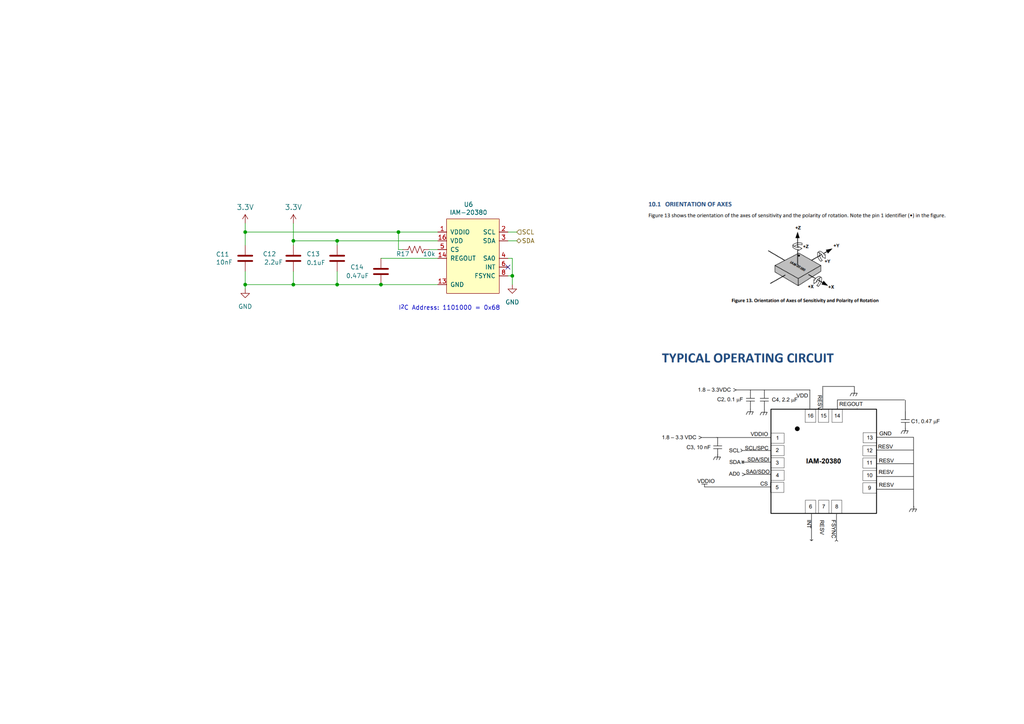
<source format=kicad_sch>
(kicad_sch (version 20211123) (generator eeschema)
  (paper "A4")
  (lib_symbols
    (symbol "Device:C" (pin_numbers hide) (pin_names (offset 0.254))
      (property "Reference" "C" (at 0.635 2.54 0))
      (property "Value" "C" (at 0.635 -2.54 0))
      (symbol "C_0_1"
        (polyline (pts (xy -2.032 -0.762) (xy 2.032 -0.762)) (stroke (width 0.508)))
        (polyline (pts (xy -2.032 0.762) (xy 2.032 0.762)) (stroke (width 0.508)))
      )
      (symbol "C_1_1"
        (pin passive line (at 0 3.81 270) (length 2.794) (name "~") (number "1"))
        (pin passive line (at 0 -3.81 90) (length 2.794) (name "~") (number "2"))
      )
    )
    (symbol "Device:R_US" (pin_numbers hide) (pin_names (offset 0))
      (property "Reference" "R" (at 2.54 0 90))
      (property "Value" "R_US" (at -2.54 0 90))
      (symbol "R_US_0_1"
        (polyline (pts (xy 0 -2.286) (xy 0 -2.54)))
        (polyline (pts (xy 0 2.286) (xy 0 2.54)))
        (polyline (pts (xy 0 -0.762) (xy 1.016 -1.143) (xy 0 -1.524) (xy -1.016 -1.905) (xy 0 -2.286)))
        (polyline (pts (xy 0 0.762) (xy 1.016 0.381) (xy 0 0) (xy -1.016 -0.381) (xy 0 -0.762)))
        (polyline (pts (xy 0 2.286) (xy 1.016 1.905) (xy 0 1.524) (xy -1.016 1.143) (xy 0 0.762)))
      )
      (symbol "R_US_1_1"
        (pin passive line (at 0 3.81 270) (length 1.27) (name "~") (number "1"))
        (pin passive line (at 0 -3.81 90) (length 1.27) (name "~") (number "2"))
      )
    )
    (symbol "imu-stamp:IAM-20380" (pin_names (offset 1.016))
      (property "Reference" "U3" (at -1.27 4.191 0))
      (property "Value" "IAM-20380" (at -1.27 1.8796 0))
      (symbol "IAM-20380_0_0"
        (pin unspecified line (at -10.16 -3.81 0) (length 2.54) (name "VDDIO") (number "1"))
        (pin unspecified line (at -10.16 -19.05 0) (length 2.54) hide (name "RESV_GND") (number "10"))
        (pin unspecified line (at -10.16 -19.05 0) (length 2.54) hide (name "RESV_GND") (number "11"))
        (pin unspecified line (at -10.16 -19.05 0) (length 2.54) hide (name "RESV_GND") (number "12"))
        (pin unspecified line (at -10.16 -19.05 0) (length 2.54) (name "GND") (number "13"))
        (pin unspecified line (at -10.16 -11.43 0) (length 2.54) (name "REGOUT") (number "14"))
        (pin unspecified line (at -10.16 -19.05 0) (length 2.54) hide (name "RESV_GND") (number "15"))
        (pin unspecified line (at -10.16 -6.35 0) (length 2.54) (name "VDD") (number "16"))
        (pin unspecified line (at 10.16 -3.81 180) (length 2.54) (name "SCL") (number "2"))
        (pin unspecified line (at 10.16 -6.35 180) (length 2.54) (name "SDA") (number "3"))
        (pin unspecified line (at 10.16 -11.43 180) (length 2.54) (name "SA0") (number "4"))
        (pin unspecified line (at -10.16 -8.89 0) (length 2.54) (name "CS") (number "5"))
        (pin unspecified line (at 10.16 -13.97 180) (length 2.54) (name "INT") (number "6"))
        (pin unspecified line (at 10.16 -19.05 180) (length 2.54) hide (name "RESV_NC") (number "7"))
        (pin unspecified line (at 10.16 -16.51 180) (length 2.54) (name "FSYNC") (number "8"))
        (pin unspecified line (at -10.16 -19.05 0) (length 2.54) hide (name "RESV_GND") (number "9"))
      )
      (symbol "IAM-20380_0_1"
        (rectangle (start -7.62 0) (end 7.62 -21.59) (fill (type background)))
      )
    )
    (symbol "mainboard:3.3V" (power) (pin_names (offset 1.016))
      (property "Value" "3.3V" (at -1.016 3.556 0))
      (symbol "3.3V_1_0"
        (polyline (pts (xy 0 2.54) (xy -0.762 1.27)))
        (polyline (pts (xy 0.762 1.27) (xy 0 2.54)))
        (pin power_in line (at 0 0 90) (length 2.54) (name "3.3V") (number "1"))
      )
    )
    (symbol "power:GND" (power) (pin_names (offset 0))
      (property "Value" "GND" (at 0 -3.81 0))
      (symbol "GND_0_1"
        (polyline (pts (xy 0 0) (xy 0 -1.27) (xy 1.27 -1.27) (xy 0 -2.54) (xy -1.27 -1.27) (xy 0 -1.27)))
      )
      (symbol "GND_1_1"
        (pin power_in line (at 0 0 270) (length 0) hide (name "GND") (number "1"))
      )
    )
  )
  (junction (at 97.79 69.85))
  (junction (at 71.12 82.55))
  (junction (at 115.57 67.31))
  (junction (at 71.12 67.31))
  (junction (at 110.49 82.55))
  (junction (at 148.59 80.01))
  (junction (at 85.09 82.55))
  (junction (at 85.09 69.85))
  (junction (at 97.79 82.55))
  (no_connect (at 147.32 77.47))
  (wire (pts (xy 148.59 80.01) (xy 148.59 82.55)))
  (wire (pts (xy 147.32 80.01) (xy 148.59 80.01)))
  (wire (pts (xy 71.12 83.82) (xy 71.12 82.55)))
  (wire (pts (xy 85.09 82.55) (xy 97.79 82.55)))
  (wire (pts (xy 71.12 64.77) (xy 71.12 67.31)))
  (wire (pts (xy 124.46 72.39) (xy 127 72.39)))
  (wire (pts (xy 127 69.85) (xy 97.79 69.85)))
  (wire (pts (xy 71.12 67.31) (xy 71.12 71.12)))
  (wire (pts (xy 97.79 69.85) (xy 97.79 71.12)))
  (wire (pts (xy 85.09 69.85) (xy 97.79 69.85)))
  (wire (pts (xy 116.84 72.39) (xy 115.57 72.39)))
  (wire (pts (xy 149.86 69.85) (xy 147.32 69.85)))
  (wire (pts (xy 115.57 67.31) (xy 127 67.31)))
  (wire (pts (xy 71.12 82.55) (xy 71.12 78.74)))
  (wire (pts (xy 85.09 64.77) (xy 85.09 69.85)))
  (wire (pts (xy 147.32 74.93) (xy 148.59 74.93)))
  (wire (pts (xy 110.49 82.55) (xy 127 82.55)))
  (wire (pts (xy 115.57 72.39) (xy 115.57 67.31)))
  (wire (pts (xy 148.59 74.93) (xy 148.59 80.01)))
  (wire (pts (xy 85.09 78.74) (xy 85.09 82.55)))
  (wire (pts (xy 85.09 69.85) (xy 85.09 71.12)))
  (wire (pts (xy 71.12 82.55) (xy 85.09 82.55)))
  (wire (pts (xy 97.79 82.55) (xy 110.49 82.55)))
  (wire (pts (xy 149.86 67.31) (xy 147.32 67.31)))
  (wire (pts (xy 97.79 78.74) (xy 97.79 82.55)))
  (wire (pts (xy 110.49 74.93) (xy 127 74.93)))
  (wire (pts (xy 71.12 67.31) (xy 115.57 67.31)))
  (image (at 231.14 130.81))
  (image (at 231.14 76.2) (scale 1.49178))
  (text "I^{2}C Address: 1101000 = 0x68" (at 115.57 90.17 0) (effects (font (size 1.27 1.27)) (justify left bottom)))
  (hierarchical_label "SCL" (shape input) (at 149.86 67.31 0))
  (hierarchical_label "SDA" (shape bidirectional) (at 149.86 69.85 0))
  (symbol (lib_id "imu-stamp:IAM-20380") (at 137.16 63.5 0) (unit 1)
    (property "Reference" "U6" (at 135.89 59.309 0))
    (property "Value" "IAM-20380" (at 135.89 61.6204 0))
    (property "Footprint" "Package_LGA:LGA-16_3x3mm_P0.5mm_LayoutBorder3x5y" (effects hide))
    (property "Datasheet" "IAM-20380HT" (effects hide))
  )
  (symbol (lib_id "mainboard:3.3V") (at 71.12 64.77 0) (unit 1)
    (property "Reference" "#SUPPLY08" (effects hide))
    (property "Value" "3.3V" (at 68.58 60.96 0) (effects (font (size 1.4986 1.4986)) (justify left bottom)))
  )
  (symbol (lib_id "power:GND") (at 71.12 83.82 0) (unit 1)
    (property "Reference" "#PWR016" (effects hide))
    (property "Value" "GND" (at 71.12 88.9 0))
  )
  (symbol (lib_id "Device:R_US") (at 120.65 72.39 90) (unit 1)
    (property "Reference" "R17" (at 116.84 73.66 90))
    (property "Value" "10k" (at 124.46 73.66 90))
    (property "Footprint" "Resistor_SMD:R_0201_0603Metric" (effects hide))
    (property "Datasheet" "RMCF0201FT4K70" (effects hide))
  )
  (symbol (lib_id "Device:C") (at 97.79 74.93 180) (unit 1)
    (property "Reference" "C13" (at 88.9 73.66 0) (effects (justify right)))
    (property "Value" "0.1uF" (at 88.9 76.2 0) (effects (justify right)))
    (property "Footprint" "Capacitor_SMD:C_0201_0603Metric" (effects hide))
    (property "Datasheet" "GRT033R61A104KE01J" (effects hide))
  )
  (symbol (lib_id "Device:C") (at 71.12 74.93 0) (unit 1)
    (property "Reference" "C11" (at 62.611 73.7617 0) (effects (justify left)))
    (property "Value" "10nF" (at 62.611 76.0731 0) (effects (justify left)))
    (property "Footprint" "Capacitor_SMD:C_0201_0603Metric" (effects hide))
    (property "Datasheet" "CGA1A2X7R0J103K030BA" (effects hide))
  )
  (symbol (lib_id "power:GND") (at 148.59 82.55 0) (unit 1)
    (property "Reference" "#PWR017" (effects hide))
    (property "Value" "GND" (at 148.59 87.63 0))
  )
  (symbol (lib_id "Device:C") (at 85.09 74.93 0) (unit 1)
    (property "Reference" "C12" (at 76.2 73.66 0) (effects (justify left)))
    (property "Value" "2.2uF" (at 76.581 76.0731 0) (effects (justify left)))
    (property "Footprint" "Capacitor_SMD:C_0402_1005Metric" (effects hide))
    (property "Datasheet" "GRT155C70J225KE13D" (effects hide))
  )
  (symbol (lib_id "Device:C") (at 110.49 78.74 0) (unit 1)
    (property "Reference" "C14" (at 101.6 77.47 0) (effects (justify left)))
    (property "Value" "0.47uF" (at 100.33 80.01 0) (effects (justify left)))
    (property "Footprint" "Capacitor_SMD:C_0201_0603Metric" (effects hide))
    (property "Datasheet" "GRT033R60J474KE01D" (effects hide))
  )
  (symbol (lib_id "mainboard:3.3V") (at 85.09 64.77 0) (unit 1)
    (property "Reference" "#SUPPLY09" (effects hide))
    (property "Value" "3.3V" (at 82.55 60.96 0) (effects (font (size 1.4986 1.4986)) (justify left bottom)))
  )
)
</source>
